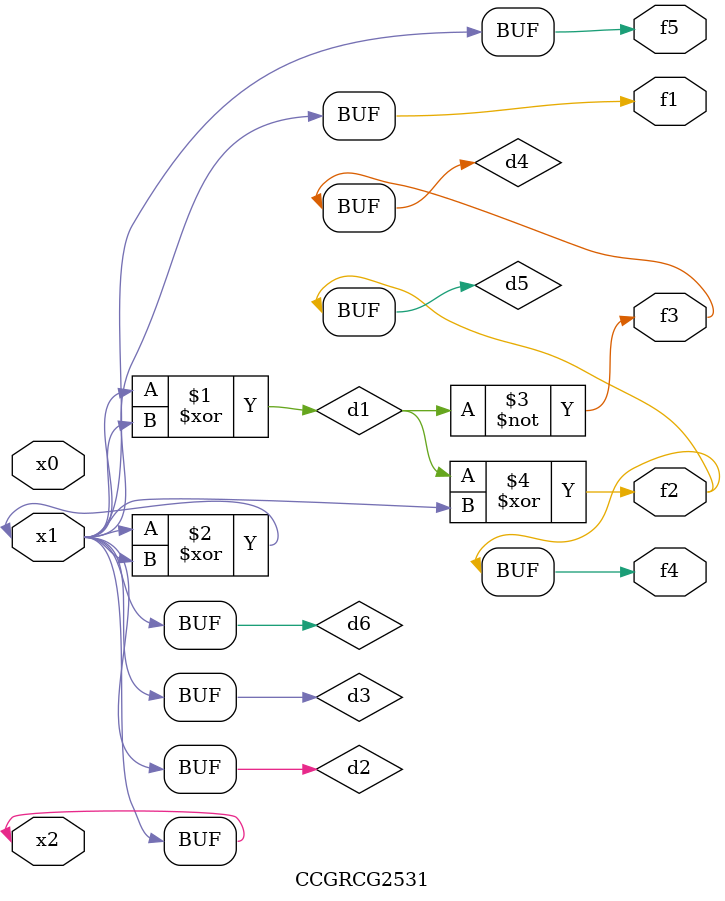
<source format=v>
module CCGRCG2531(
	input x0, x1, x2,
	output f1, f2, f3, f4, f5
);

	wire d1, d2, d3, d4, d5, d6;

	xor (d1, x1, x2);
	buf (d2, x1, x2);
	xor (d3, x1, x2);
	nor (d4, d1);
	xor (d5, d1, d2);
	buf (d6, d2, d3);
	assign f1 = d6;
	assign f2 = d5;
	assign f3 = d4;
	assign f4 = d5;
	assign f5 = d6;
endmodule

</source>
